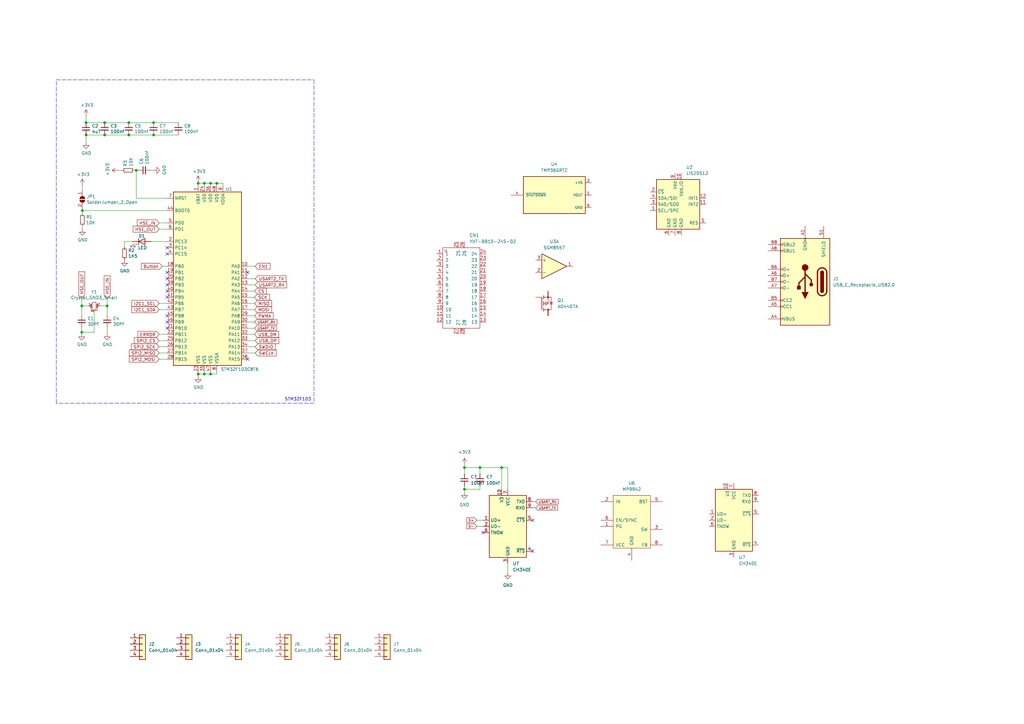
<source format=kicad_sch>
(kicad_sch (version 20211123) (generator eeschema)
  (paper "A3")
  (lib_symbols
    (symbol "Amplifier_Operational:OPA2333xxD" (pin_names (offset 0.127))
      (property "Reference" "U" (at 0 5.08 0))
      (property "Value" "OPA2333xxD" (at 0 -5.08 0))
      (symbol "OPA2333xxD_1_1"
        (polyline (pts (xy -5.08 5.08) (xy 5.08 0) (xy -5.08 -5.08) (xy -5.08 5.08)) (stroke (width 0.254)) (fill (type background)))
        (pin output line (at 7.62 0 180) (length 2.54) (name "~") (number "1"))
        (pin input line (at -7.62 -2.54 0) (length 2.54) (name "-") (number "2"))
        (pin input line (at -7.62 2.54 0) (length 2.54) (name "+") (number "3"))
      )
      (symbol "OPA2333xxD_2_1"
        (polyline (pts (xy -5.08 5.08) (xy 5.08 0) (xy -5.08 -5.08) (xy -5.08 5.08)) (stroke (width 0.254)) (fill (type background)))
        (pin input line (at -7.62 2.54 0) (length 2.54) (name "+") (number "5"))
        (pin input line (at -7.62 -2.54 0) (length 2.54) (name "-") (number "6"))
        (pin output line (at 7.62 0 180) (length 2.54) (name "~") (number "7"))
      )
      (symbol "OPA2333xxD_3_1"
        (pin power_in line (at -2.54 -7.62 90) (length 3.81) (name "V-") (number "4"))
        (pin power_in line (at -2.54 7.62 270) (length 3.81) (name "V+") (number "8"))
      )
    )
    (symbol "Connector:USB_C_Receptacle_USB2.0" (pin_names (offset 1.016))
      (property "Reference" "J" (at -10.16 19.05 0))
      (property "Value" "USB_C_Receptacle_USB2.0" (at 19.05 19.05 0))
      (symbol "USB_C_Receptacle_USB2.0_0_0"
        (rectangle (start -0.254 -17.78) (end 0.254 -16.764))
        (rectangle (start 10.16 -14.986) (end 9.144 -15.494))
        (rectangle (start 10.16 -12.446) (end 9.144 -12.954))
        (rectangle (start 10.16 -4.826) (end 9.144 -5.334))
        (rectangle (start 10.16 -2.286) (end 9.144 -2.794))
        (rectangle (start 10.16 0.254) (end 9.144 -0.254))
        (rectangle (start 10.16 2.794) (end 9.144 2.286))
        (rectangle (start 10.16 7.874) (end 9.144 7.366))
        (rectangle (start 10.16 10.414) (end 9.144 9.906))
        (rectangle (start 10.16 15.494) (end 9.144 14.986))
      )
      (symbol "USB_C_Receptacle_USB2.0_0_1"
        (rectangle (start -10.16 17.78) (end 10.16 -17.78) (stroke (width 0.254)) (fill (type background)))
        (arc (start -8.89 -3.81) (mid -6.985 -5.715) (end -5.08 -3.81) (stroke (width 0.508)))
        (arc (start -7.62 -3.81) (mid -6.985 -4.445) (end -6.35 -3.81) (stroke (width 0.254)))
        (arc (start -7.62 -3.81) (mid -6.985 -4.445) (end -6.35 -3.81) (stroke (width 0.254)) (fill (type outline)))
        (rectangle (start -7.62 -3.81) (end -6.35 3.81) (stroke (width 0.254)) (fill (type outline)))
        (arc (start -6.35 3.81) (mid -6.985 4.445) (end -7.62 3.81) (stroke (width 0.254)))
        (arc (start -6.35 3.81) (mid -6.985 4.445) (end -7.62 3.81) (stroke (width 0.254)) (fill (type outline)))
        (arc (start -5.08 3.81) (mid -6.985 5.715) (end -8.89 3.81) (stroke (width 0.508)))
        (circle (center -2.54 1.143) (radius 0.635) (stroke (width 0.254)) (fill (type outline)))
        (circle (center 0 -5.842) (radius 1.27) (fill (type outline)))
        (polyline (pts (xy -8.89 -3.81) (xy -8.89 3.81)) (stroke (width 0.508)))
        (polyline (pts (xy -5.08 3.81) (xy -5.08 -3.81)) (stroke (width 0.508)))
        (polyline (pts (xy 0 -5.842) (xy 0 4.318)) (stroke (width 0.508)))
        (polyline (pts (xy 0 -3.302) (xy -2.54 -0.762) (xy -2.54 0.508)) (stroke (width 0.508)))
        (polyline (pts (xy 0 -2.032) (xy 2.54 0.508) (xy 2.54 1.778)) (stroke (width 0.508)))
        (polyline (pts (xy -1.27 4.318) (xy 0 6.858) (xy 1.27 4.318) (xy -1.27 4.318)) (stroke (width 0.254)) (fill (type outline)))
        (rectangle (start 1.905 1.778) (end 3.175 3.048) (stroke (width 0.254)) (fill (type outline)))
      )
      (symbol "USB_C_Receptacle_USB2.0_1_1"
        (pin passive line (at 0 -22.86 90) (length 5.08) (name "GND") (number "A1"))
        (pin passive line (at 0 -22.86 90) (length 5.08) hide (name "GND") (number "A12"))
        (pin passive line (at 15.24 15.24 180) (length 5.08) (name "VBUS") (number "A4"))
        (pin bidirectional line (at 15.24 10.16 180) (length 5.08) (name "CC1") (number "A5"))
        (pin bidirectional line (at 15.24 -2.54 180) (length 5.08) (name "D+") (number "A6"))
        (pin bidirectional line (at 15.24 2.54 180) (length 5.08) (name "D-") (number "A7"))
        (pin bidirectional line (at 15.24 -12.7 180) (length 5.08) (name "SBU1") (number "A8"))
        (pin passive line (at 15.24 15.24 180) (length 5.08) hide (name "VBUS") (number "A9"))
        (pin passive line (at 0 -22.86 90) (length 5.08) hide (name "GND") (number "B1"))
        (pin passive line (at 0 -22.86 90) (length 5.08) hide (name "GND") (number "B12"))
        (pin passive line (at 15.24 15.24 180) (length 5.08) hide (name "VBUS") (number "B4"))
        (pin bidirectional line (at 15.24 7.62 180) (length 5.08) (name "CC2") (number "B5"))
        (pin bidirectional line (at 15.24 -5.08 180) (length 5.08) (name "D+") (number "B6"))
        (pin bidirectional line (at 15.24 0 180) (length 5.08) (name "D-") (number "B7"))
        (pin bidirectional line (at 15.24 -15.24 180) (length 5.08) (name "SBU2") (number "B8"))
        (pin passive line (at 15.24 15.24 180) (length 5.08) hide (name "VBUS") (number "B9"))
        (pin passive line (at -7.62 -22.86 90) (length 5.08) (name "SHIELD") (number "S1"))
      )
    )
    (symbol "Connector_Generic:Conn_01x04" (pin_names (offset 1.016) hide)
      (property "Reference" "J" (at 0 5.08 0))
      (property "Value" "Conn_01x04" (at 0 -7.62 0))
      (symbol "Conn_01x04_1_1"
        (rectangle (start -1.27 -4.953) (end 0 -5.207) (stroke (width 0.1524)))
        (rectangle (start -1.27 -2.413) (end 0 -2.667) (stroke (width 0.1524)))
        (rectangle (start -1.27 0.127) (end 0 -0.127) (stroke (width 0.1524)))
        (rectangle (start -1.27 2.667) (end 0 2.413) (stroke (width 0.1524)))
        (rectangle (start -1.27 3.81) (end 1.27 -6.35) (stroke (width 0.254)) (fill (type background)))
        (pin passive line (at -5.08 2.54 0) (length 3.81) (name "Pin_1") (number "1"))
        (pin passive line (at -5.08 0 0) (length 3.81) (name "Pin_2") (number "2"))
        (pin passive line (at -5.08 -2.54 0) (length 3.81) (name "Pin_3") (number "3"))
        (pin passive line (at -5.08 -5.08 0) (length 3.81) (name "Pin_4") (number "4"))
      )
    )
    (symbol "Device:C_Small" (pin_numbers hide) (pin_names (offset 0.254) hide)
      (property "Reference" "C" (at 0.254 1.778 0))
      (property "Value" "C_Small" (at 0.254 -2.032 0))
      (symbol "C_Small_0_1"
        (polyline (pts (xy -1.524 -0.508) (xy 1.524 -0.508)) (stroke (width 0.3302)))
        (polyline (pts (xy -1.524 0.508) (xy 1.524 0.508)) (stroke (width 0.3048)))
      )
      (symbol "C_Small_1_1"
        (pin passive line (at 0 2.54 270) (length 2.032) (name "~") (number "1"))
        (pin passive line (at 0 -2.54 90) (length 2.032) (name "~") (number "2"))
      )
    )
    (symbol "Device:Crystal_GND3_Small" (pin_names (offset 1.016) hide)
      (property "Reference" "Y" (at 0 5.08 0))
      (property "Value" "Crystal_GND3_Small" (at 0 3.175 0))
      (symbol "Crystal_GND3_Small_0_1"
        (rectangle (start -0.762 -1.524) (end 0.762 1.524))
        (polyline (pts (xy -1.27 -0.762) (xy -1.27 0.762)) (stroke (width 0.381)))
        (polyline (pts (xy 1.27 -0.762) (xy 1.27 0.762)) (stroke (width 0.381)))
        (polyline (pts (xy -1.27 -1.27) (xy -1.27 -1.905) (xy 1.27 -1.905) (xy 1.27 -1.27)))
      )
      (symbol "Crystal_GND3_Small_1_1"
        (pin passive line (at -2.54 0 0) (length 1.27) (name "1") (number "1"))
        (pin passive line (at 2.54 0 180) (length 1.27) (name "2") (number "2"))
        (pin passive line (at 0 -2.54 90) (length 0.635) (name "3") (number "3"))
      )
    )
    (symbol "Device:LED" (pin_numbers hide) (pin_names (offset 1.016) hide)
      (property "Reference" "D" (at 0 2.54 0))
      (property "Value" "LED" (at 0 -2.54 0))
      (symbol "LED_0_1"
        (polyline (pts (xy -1.27 -1.27) (xy -1.27 1.27)) (stroke (width 0.254)))
        (polyline (pts (xy -1.27 0) (xy 1.27 0)))
        (polyline (pts (xy 1.27 -1.27) (xy 1.27 1.27) (xy -1.27 0) (xy 1.27 -1.27)) (stroke (width 0.254)))
        (polyline (pts (xy -3.048 -0.762) (xy -4.572 -2.286) (xy -3.81 -2.286) (xy -4.572 -2.286) (xy -4.572 -1.524)))
        (polyline (pts (xy -1.778 -0.762) (xy -3.302 -2.286) (xy -2.54 -2.286) (xy -3.302 -2.286) (xy -3.302 -1.524)))
      )
      (symbol "LED_1_1"
        (pin passive line (at -3.81 0 0) (length 2.54) (name "K") (number "1"))
        (pin passive line (at 3.81 0 180) (length 2.54) (name "A") (number "2"))
      )
    )
    (symbol "Device:R_Small" (pin_numbers hide) (pin_names (offset 0.254) hide)
      (property "Reference" "R" (at 0.762 0.508 0))
      (property "Value" "R_Small" (at 0.762 -1.016 0))
      (symbol "R_Small_0_1"
        (rectangle (start -0.762 1.778) (end 0.762 -1.778) (stroke (width 0.2032)))
      )
      (symbol "R_Small_1_1"
        (pin passive line (at 0 2.54 270) (length 0.762) (name "~") (number "1"))
        (pin passive line (at 0 -2.54 90) (length 0.762) (name "~") (number "2"))
      )
    )
    (symbol "Interface_USB:CH340E"
      (property "Reference" "U" (at -5.08 13.97 0))
      (property "Value" "CH340E" (at 1.27 13.97 0))
      (symbol "CH340E_0_1"
        (rectangle (start -7.62 12.7) (end 7.62 -12.7) (stroke (width 0.254)) (fill (type background)))
      )
      (symbol "CH340E_1_1"
        (pin bidirectional line (at -10.16 2.54 0) (length 2.54) (name "UD+") (number "1"))
        (pin passive line (at -2.54 15.24 270) (length 2.54) (name "V3") (number "10"))
        (pin bidirectional line (at -10.16 0 0) (length 2.54) (name "UD-") (number "2"))
        (pin power_in line (at 0 -15.24 90) (length 2.54) (name "GND") (number "3"))
        (pin output line (at 10.16 -10.16 180) (length 2.54) (name "~{RTS}") (number "4"))
        (pin input line (at 10.16 2.54 180) (length 2.54) (name "~{CTS}") (number "5"))
        (pin output line (at -10.16 -2.54 0) (length 2.54) (name "TNOW") (number "6"))
        (pin power_in line (at 0 15.24 270) (length 2.54) (name "VCC") (number "7"))
        (pin output line (at 10.16 10.16 180) (length 2.54) (name "TXD") (number "8"))
        (pin input line (at 10.16 7.62 180) (length 2.54) (name "RXD") (number "9"))
      )
    )
    (symbol "Jumper:SolderJumper_2_Open" (pin_names (offset 0) hide)
      (property "Reference" "JP" (at 0 2.032 0))
      (property "Value" "SolderJumper_2_Open" (at 0 -2.54 0))
      (symbol "SolderJumper_2_Open_0_1"
        (arc (start -0.254 1.016) (mid -1.27 0) (end -0.254 -1.016))
        (arc (start -0.254 1.016) (mid -1.27 0) (end -0.254 -1.016) (fill (type outline)))
        (polyline (pts (xy -0.254 1.016) (xy -0.254 -1.016)))
        (polyline (pts (xy 0.254 1.016) (xy 0.254 -1.016)))
        (arc (start 0.254 -1.016) (mid 1.27 0) (end 0.254 1.016))
        (arc (start 0.254 -1.016) (mid 1.27 0) (end 0.254 1.016) (fill (type outline)))
      )
      (symbol "SolderJumper_2_Open_1_1"
        (pin passive line (at -3.81 0 0) (length 2.54) (name "A") (number "1"))
        (pin passive line (at 3.81 0 180) (length 2.54) (name "B") (number "2"))
      )
    )
    (symbol "MCU_ST_STM32F1:STM32F103C8Tx"
      (property "Reference" "U" (at -15.24 36.83 0))
      (property "Value" "STM32F103C8Tx" (at 7.62 36.83 0))
      (symbol "STM32F103C8Tx_0_1"
        (rectangle (start -15.24 -35.56) (end 12.7 35.56) (stroke (width 0.254)) (fill (type background)))
      )
      (symbol "STM32F103C8Tx_1_1"
        (pin power_in line (at -5.08 38.1 270) (length 2.54) (name "VBAT") (number "1"))
        (pin bidirectional line (at 15.24 5.08 180) (length 2.54) (name "PA0") (number "10"))
        (pin bidirectional line (at 15.24 2.54 180) (length 2.54) (name "PA1") (number "11"))
        (pin bidirectional line (at 15.24 0 180) (length 2.54) (name "PA2") (number "12"))
        (pin bidirectional line (at 15.24 -2.54 180) (length 2.54) (name "PA3") (number "13"))
        (pin bidirectional line (at 15.24 -5.08 180) (length 2.54) (name "PA4") (number "14"))
        (pin bidirectional line (at 15.24 -7.62 180) (length 2.54) (name "PA5") (number "15"))
        (pin bidirectional line (at 15.24 -10.16 180) (length 2.54) (name "PA6") (number "16"))
        (pin bidirectional line (at 15.24 -12.7 180) (length 2.54) (name "PA7") (number "17"))
        (pin bidirectional line (at -17.78 5.08 0) (length 2.54) (name "PB0") (number "18"))
        (pin bidirectional line (at -17.78 2.54 0) (length 2.54) (name "PB1") (number "19"))
        (pin bidirectional line (at -17.78 15.24 0) (length 2.54) (name "PC13") (number "2"))
        (pin bidirectional line (at -17.78 0 0) (length 2.54) (name "PB2") (number "20"))
        (pin bidirectional line (at -17.78 -20.32 0) (length 2.54) (name "PB10") (number "21"))
        (pin bidirectional line (at -17.78 -22.86 0) (length 2.54) (name "PB11") (number "22"))
        (pin power_in line (at -5.08 -38.1 90) (length 2.54) (name "VSS") (number "23"))
        (pin power_in line (at -2.54 38.1 270) (length 2.54) (name "VDD") (number "24"))
        (pin bidirectional line (at -17.78 -25.4 0) (length 2.54) (name "PB12") (number "25"))
        (pin bidirectional line (at -17.78 -27.94 0) (length 2.54) (name "PB13") (number "26"))
        (pin bidirectional line (at -17.78 -30.48 0) (length 2.54) (name "PB14") (number "27"))
        (pin bidirectional line (at -17.78 -33.02 0) (length 2.54) (name "PB15") (number "28"))
        (pin bidirectional line (at 15.24 -15.24 180) (length 2.54) (name "PA8") (number "29"))
        (pin bidirectional line (at -17.78 12.7 0) (length 2.54) (name "PC14") (number "3"))
        (pin bidirectional line (at 15.24 -17.78 180) (length 2.54) (name "PA9") (number "30"))
        (pin bidirectional line (at 15.24 -20.32 180) (length 2.54) (name "PA10") (number "31"))
        (pin bidirectional line (at 15.24 -22.86 180) (length 2.54) (name "PA11") (number "32"))
        (pin bidirectional line (at 15.24 -25.4 180) (length 2.54) (name "PA12") (number "33"))
        (pin bidirectional line (at 15.24 -27.94 180) (length 2.54) (name "PA13") (number "34"))
        (pin power_in line (at -2.54 -38.1 90) (length 2.54) (name "VSS") (number "35"))
        (pin power_in line (at 0 38.1 270) (length 2.54) (name "VDD") (number "36"))
        (pin bidirectional line (at 15.24 -30.48 180) (length 2.54) (name "PA14") (number "37"))
        (pin bidirectional line (at 15.24 -33.02 180) (length 2.54) (name "PA15") (number "38"))
        (pin bidirectional line (at -17.78 -2.54 0) (length 2.54) (name "PB3") (number "39"))
        (pin bidirectional line (at -17.78 10.16 0) (length 2.54) (name "PC15") (number "4"))
        (pin bidirectional line (at -17.78 -5.08 0) (length 2.54) (name "PB4") (number "40"))
        (pin bidirectional line (at -17.78 -7.62 0) (length 2.54) (name "PB5") (number "41"))
        (pin bidirectional line (at -17.78 -10.16 0) (length 2.54) (name "PB6") (number "42"))
        (pin bidirectional line (at -17.78 -12.7 0) (length 2.54) (name "PB7") (number "43"))
        (pin input line (at -17.78 27.94 0) (length 2.54) (name "BOOT0") (number "44"))
        (pin bidirectional line (at -17.78 -15.24 0) (length 2.54) (name "PB8") (number "45"))
        (pin bidirectional line (at -17.78 -17.78 0) (length 2.54) (name "PB9") (number "46"))
        (pin power_in line (at 0 -38.1 90) (length 2.54) (name "VSS") (number "47"))
        (pin power_in line (at 2.54 38.1 270) (length 2.54) (name "VDD") (number "48"))
        (pin input line (at -17.78 22.86 0) (length 2.54) (name "PD0") (number "5"))
        (pin input line (at -17.78 20.32 0) (length 2.54) (name "PD1") (number "6"))
        (pin input line (at -17.78 33.02 0) (length 2.54) (name "NRST") (number "7"))
        (pin power_in line (at 2.54 -38.1 90) (length 2.54) (name "VSSA") (number "8"))
        (pin power_in line (at 5.08 38.1 270) (length 2.54) (name "VDDA") (number "9"))
      )
    )
    (symbol "Sensor_Motion:LIS2DE12"
      (property "Reference" "U" (at -5.08 11.43 0))
      (property "Value" "LIS2DE12" (at 3.81 11.43 0))
      (symbol "LIS2DE12_0_1"
        (rectangle (start -7.62 10.16) (end 10.16 -10.16) (stroke (width 0.254)) (fill (type background)))
      )
      (symbol "LIS2DE12_1_1"
        (pin input line (at -10.16 -2.54 0) (length 2.54) (name "SCL/SPC") (number "1"))
        (pin power_in line (at 2.54 12.7 270) (length 2.54) (name "Vdd_IO") (number "10"))
        (pin output line (at 12.7 0 180) (length 2.54) (name "INT2") (number "11"))
        (pin output line (at 12.7 2.54 180) (length 2.54) (name "INT1") (number "12"))
        (pin input line (at -10.16 5.08 0) (length 2.54) (name "~{CS}") (number "2"))
        (pin bidirectional line (at -10.16 0 0) (length 2.54) (name "SA0/SDO") (number "3"))
        (pin bidirectional line (at -10.16 2.54 0) (length 2.54) (name "SDA/SDI") (number "4"))
        (pin passive line (at 12.7 -7.62 180) (length 2.54) (name "RES") (number "5"))
        (pin power_in line (at -2.54 -12.7 90) (length 2.54) (name "GND") (number "6"))
        (pin power_in line (at 0 -12.7 90) (length 2.54) (name "GND") (number "7"))
        (pin power_in line (at 2.54 -12.7 90) (length 2.54) (name "GND") (number "8"))
        (pin power_in line (at 0 12.7 270) (length 2.54) (name "Vdd") (number "9"))
      )
    )
    (symbol "Sensor_Temperature:TMP36GRTZ-REEL7" (pin_names (offset 1.016))
      (property "Reference" "U" (at -12.7254 8.1534 0))
      (property "Value" "TMP36GRTZ-REEL7" (at -12.7 -9.906 0))
      (symbol "TMP36GRTZ-REEL7_0_0"
        (rectangle (start -12.7 -7.62) (end 12.7 7.62) (stroke (width 0.254)) (fill (type background)))
        (pin output line (at 15.24 0 180) (length 2.54) (name "VOUT") (number "1"))
        (pin power_in line (at 15.24 5.08 180) (length 2.54) (name "+VS") (number "2"))
        (pin input line (at -17.78 0 0) (length 5.08) (name "~{SHUTDOWN}") (number "4"))
        (pin power_in line (at 15.24 -5.08 180) (length 2.54) (name "GND") (number "5"))
      )
    )
    (symbol "Transistor_FET:AO4407A" (pin_numbers hide) (pin_names (offset 1.016) hide)
      (property "Reference" "Q" (at -8.89 3.81 0))
      (property "Value" "AO4407A" (at -8.89 -6.35 0))
      (symbol "AO4407A_0_0"
        (polyline (pts (xy 0 -2.54) (xy 0 2.54)) (stroke (width 0.254)))
        (polyline (pts (xy 0.762 -3.175) (xy 0.762 -2.54)) (stroke (width 0.254)))
        (polyline (pts (xy 0.762 -2.54) (xy 0.762 -1.905)) (stroke (width 0.254)))
        (polyline (pts (xy 0.762 -2.54) (xy 3.81 -2.54)) (stroke (width 0.1524)))
        (polyline (pts (xy 0.762 -0.762) (xy 0.762 0)) (stroke (width 0.254)))
        (polyline (pts (xy 0.762 0) (xy 0.762 0.762)) (stroke (width 0.254)))
        (polyline (pts (xy 0.762 0) (xy 2.54 0)) (stroke (width 0.1524)))
        (polyline (pts (xy 0.762 1.905) (xy 0.762 2.54)) (stroke (width 0.254)))
        (polyline (pts (xy 0.762 2.54) (xy 0.762 3.175)) (stroke (width 0.254)))
        (polyline (pts (xy 2.54 0) (xy 2.54 2.54)) (stroke (width 0.1524)))
        (polyline (pts (xy 2.54 2.54) (xy 0.762 2.54)) (stroke (width 0.1524)))
        (polyline (pts (xy 2.54 2.54) (xy 3.81 2.54)) (stroke (width 0.1524)))
        (polyline (pts (xy 3.048 0.762) (xy 3.302 0.508)) (stroke (width 0.1524)))
        (polyline (pts (xy 3.302 0.508) (xy 3.81 0.508)) (stroke (width 0.1524)))
        (polyline (pts (xy 3.81 -2.54) (xy 3.81 0.508)) (stroke (width 0.1524)))
        (polyline (pts (xy 3.81 0.508) (xy 3.81 2.54)) (stroke (width 0.1524)))
        (polyline (pts (xy 3.81 0.508) (xy 4.318 0.508)) (stroke (width 0.1524)))
        (polyline (pts (xy 4.318 0.508) (xy 4.572 0.254)) (stroke (width 0.1524)))
        (polyline (pts (xy 2.54 0) (xy 1.524 0.762) (xy 1.524 -0.762) (xy 2.54 0)) (stroke (width 0.1524)) (fill (type background)))
        (polyline (pts (xy 3.81 0.508) (xy 4.318 -0.254) (xy 3.302 -0.254) (xy 3.81 0.508)) (stroke (width 0.1524)) (fill (type background)))
        (circle (center 2.54 -2.54) (radius 0.3556))
        (circle (center 2.54 2.54) (radius 0.3556))
        (pin passive line (at 2.54 5.08 270) (length 2.54) (name "~") (number "1"))
        (pin passive line (at 2.54 5.08 270) (length 2.54) (name "~") (number "2"))
        (pin passive line (at 2.54 5.08 270) (length 2.54) (name "~") (number "3"))
        (pin passive line (at -2.54 2.54 0) (length 2.54) (name "~") (number "4"))
        (pin passive line (at 2.54 -5.08 90) (length 2.54) (name "~") (number "5"))
        (pin passive line (at 2.54 -5.08 90) (length 2.54) (name "~") (number "6"))
        (pin passive line (at 2.54 -5.08 90) (length 2.54) (name "~") (number "7"))
        (pin passive line (at 2.54 -5.08 90) (length 2.54) (name "~") (number "8"))
      )
    )
    (symbol "kicad_lceda:MP9942" (pin_names (offset 1.016))
      (property "Reference" "U" (at 0 0 0))
      (property "Value" "MP9942" (at 0 0 0))
      (symbol "MP9942_1_1"
        (rectangle (start -7.62 10.16) (end 7.62 -11.43) (fill (type background)))
        (pin input line (at -12.7 -2.54 0) (length 5.08) (name "PG") (number "1"))
        (pin input line (at -12.7 7.62 0) (length 5.08) (name "IN") (number "2"))
        (pin input line (at 12.7 -3.81 180) (length 5.08) (name "SW") (number "3"))
        (pin input line (at 0 -16.51 90) (length 5.08) (name "GND") (number "4"))
        (pin input line (at 12.7 7.62 180) (length 5.08) (name "BST") (number "5"))
        (pin input line (at -12.7 0 0) (length 5.08) (name "EN/SYNC") (number "6"))
        (pin input line (at -12.7 -10.16 0) (length 5.08) (name "VCC") (number "7"))
        (pin input line (at 12.7 -10.16 180) (length 5.08) (name "FB") (number "8"))
      )
    )
    (symbol "kicad_lceda:YXT-BB10-24S-02" (pin_names (offset 1.016))
      (property "Reference" "CN" (at 0 0 0))
      (property "Value" "YXT-BB10-24S-02" (at 0 0 0))
      (symbol "YXT-BB10-24S-02_1_1"
        (rectangle (start -8.89 -15.24) (end 6.35 17.78))
        (circle (center -7.62 16.51) (radius 0.381))
        (pin input line (at -11.43 15.24 0) (length 2.54) (name "1") (number "1"))
        (pin input line (at -11.43 -7.62 0) (length 2.54) (name "10") (number "10"))
        (pin input line (at -11.43 -10.16 0) (length 2.54) (name "11") (number "11"))
        (pin input line (at -11.43 -12.7 0) (length 2.54) (name "12") (number "12"))
        (pin input line (at 8.89 -12.7 180) (length 2.54) (name "13") (number "13"))
        (pin input line (at 8.89 -10.16 180) (length 2.54) (name "14") (number "14"))
        (pin input line (at 8.89 -7.62 180) (length 2.54) (name "15") (number "15"))
        (pin input line (at 8.89 -5.08 180) (length 2.54) (name "16") (number "16"))
        (pin input line (at 8.89 -2.54 180) (length 2.54) (name "17") (number "17"))
        (pin input line (at 8.89 0 180) (length 2.54) (name "18") (number "18"))
        (pin input line (at 8.89 2.54 180) (length 2.54) (name "19") (number "19"))
        (pin input line (at -11.43 12.7 0) (length 2.54) (name "2") (number "2"))
        (pin input line (at 8.89 5.08 180) (length 2.54) (name "20") (number "20"))
        (pin input line (at 8.89 7.62 180) (length 2.54) (name "21") (number "21"))
        (pin input line (at 8.89 10.16 180) (length 2.54) (name "22") (number "22"))
        (pin input line (at 8.89 12.7 180) (length 2.54) (name "23") (number "23"))
        (pin input line (at 8.89 15.24 180) (length 2.54) (name "24") (number "24"))
        (pin input line (at -2.54 20.32 270) (length 2.54) (name "25") (number "25"))
        (pin input line (at 0 20.32 270) (length 2.54) (name "26") (number "26"))
        (pin input line (at -2.54 -17.78 90) (length 2.54) (name "27") (number "27"))
        (pin input line (at 0 -17.78 90) (length 2.54) (name "28") (number "28"))
        (pin input line (at -11.43 10.16 0) (length 2.54) (name "3") (number "3"))
        (pin input line (at -11.43 7.62 0) (length 2.54) (name "4") (number "4"))
        (pin input line (at -11.43 5.08 0) (length 2.54) (name "5") (number "5"))
        (pin input line (at -11.43 2.54 0) (length 2.54) (name "6") (number "6"))
        (pin input line (at -11.43 0 0) (length 2.54) (name "7") (number "7"))
        (pin input line (at -11.43 -2.54 0) (length 2.54) (name "8") (number "8"))
        (pin input line (at -11.43 -5.08 0) (length 2.54) (name "9") (number "9"))
      )
    )
    (symbol "power:+3.3V" (power) (pin_names (offset 0))
      (property "Value" "+3.3V" (at 0 3.556 0))
      (symbol "+3.3V_0_1"
        (polyline (pts (xy -0.762 1.27) (xy 0 2.54)))
        (polyline (pts (xy 0 0) (xy 0 2.54)))
        (polyline (pts (xy 0 2.54) (xy 0.762 1.27)))
      )
      (symbol "+3.3V_1_1"
        (pin power_in line (at 0 0 90) (length 0) hide (name "+3V3") (number "1"))
      )
    )
    (symbol "power:GND" (power) (pin_names (offset 0))
      (property "Value" "GND" (at 0 -3.81 0))
      (symbol "GND_0_1"
        (polyline (pts (xy 0 0) (xy 0 -1.27) (xy 1.27 -1.27) (xy 0 -2.54) (xy -1.27 -1.27) (xy 0 -1.27)))
      )
      (symbol "GND_1_1"
        (pin power_in line (at 0 0 270) (length 0) hide (name "GND") (number "1"))
      )
    )
  )
  (junction (at 62.992 55.372))
  (junction (at 83.82 153.416))
  (junction (at 190.5 200.66))
  (junction (at 35.306 50.292))
  (junction (at 196.85 191.77))
  (junction (at 43.942 125.476))
  (junction (at 81.28 153.416))
  (junction (at 62.992 50.292))
  (junction (at 42.926 55.372))
  (junction (at 35.306 55.372))
  (junction (at 42.926 50.292))
  (junction (at 33.528 125.476))
  (junction (at 81.28 75.184))
  (junction (at 88.9 75.184))
  (junction (at 86.36 153.416))
  (junction (at 83.82 75.184))
  (junction (at 52.832 50.292))
  (junction (at 86.36 75.184))
  (junction (at 33.528 136.271))
  (junction (at 33.782 86.36))
  (junction (at 55.88 69.85))
  (junction (at 52.832 55.372))
  (junction (at 190.5 191.77))
  (junction (at 205.74 191.77))
  (no_connect (at 218.44 226.06))
  (no_connect (at 68.58 134.62))
  (no_connect (at 68.58 111.76))
  (no_connect (at 68.58 104.14))
  (no_connect (at 68.58 121.92))
  (no_connect (at 68.58 119.38))
  (no_connect (at 101.6 111.76))
  (no_connect (at 198.12 218.44))
  (no_connect (at 218.44 213.36))
  (no_connect (at 68.58 132.08))
  (no_connect (at 68.58 114.3))
  (no_connect (at 101.6 147.32))
  (no_connect (at 68.58 116.84))
  (no_connect (at 68.58 101.6))
  (no_connect (at 68.58 129.54))
  (wire (pts (xy 195.58 213.36) (xy 198.12 213.36)))
  (wire (pts (xy 104.648 116.84) (xy 101.6 116.84)))
  (wire (pts (xy 62.992 55.372) (xy 52.832 55.372)))
  (wire (pts (xy 33.782 86.36) (xy 68.58 86.36)))
  (wire (pts (xy 33.782 85.598) (xy 33.782 86.36)))
  (wire (pts (xy 55.88 81.28) (xy 68.58 81.28)))
  (polyline (pts (xy 23.114 32.766) (xy 128.778 32.766)))
  (wire (pts (xy 104.394 119.38) (xy 101.6 119.38)))
  (wire (pts (xy 33.782 92.71) (xy 33.782 93.98)))
  (wire (pts (xy 218.44 208.28) (xy 219.71 208.28)))
  (wire (pts (xy 38.608 136.271) (xy 33.528 136.271)))
  (wire (pts (xy 101.6 142.24) (xy 104.648 142.24)))
  (wire (pts (xy 33.528 136.906) (xy 33.528 136.271)))
  (wire (pts (xy 190.5 200.66) (xy 190.5 201.93)))
  (wire (pts (xy 83.82 152.4) (xy 83.82 153.416)))
  (wire (pts (xy 101.6 121.92) (xy 104.394 121.92)))
  (wire (pts (xy 66.548 109.22) (xy 68.58 109.22)))
  (wire (pts (xy 68.58 144.78) (xy 65.278 144.78)))
  (wire (pts (xy 208.28 191.77) (xy 205.74 191.77)))
  (wire (pts (xy 104.394 127) (xy 101.6 127)))
  (wire (pts (xy 65.278 91.44) (xy 68.58 91.44)))
  (wire (pts (xy 52.832 50.292) (xy 62.992 50.292)))
  (wire (pts (xy 43.942 125.476) (xy 43.942 122.174)))
  (wire (pts (xy 101.6 137.16) (xy 104.394 137.16)))
  (wire (pts (xy 43.942 136.906) (xy 43.942 134.366)))
  (wire (pts (xy 101.6 124.46) (xy 104.394 124.46)))
  (wire (pts (xy 65.278 147.32) (xy 68.58 147.32)))
  (wire (pts (xy 55.88 69.85) (xy 55.118 69.85)))
  (wire (pts (xy 88.9 75.184) (xy 86.36 75.184)))
  (wire (pts (xy 104.394 129.54) (xy 101.6 129.54)))
  (wire (pts (xy 65.278 124.46) (xy 68.58 124.46)))
  (wire (pts (xy 205.74 191.77) (xy 205.74 200.66)))
  (wire (pts (xy 91.44 76.2) (xy 91.44 75.184)))
  (wire (pts (xy 33.528 125.476) (xy 36.068 125.476)))
  (wire (pts (xy 86.36 152.4) (xy 86.36 153.416)))
  (wire (pts (xy 88.9 153.416) (xy 86.36 153.416)))
  (wire (pts (xy 62.992 69.85) (xy 61.722 69.85)))
  (wire (pts (xy 104.394 132.08) (xy 101.6 132.08)))
  (wire (pts (xy 38.608 128.016) (xy 38.608 136.271)))
  (wire (pts (xy 86.36 76.2) (xy 86.36 75.184)))
  (wire (pts (xy 33.528 125.476) (xy 33.528 129.286)))
  (wire (pts (xy 195.58 215.9) (xy 198.12 215.9)))
  (wire (pts (xy 86.36 75.184) (xy 83.82 75.184)))
  (wire (pts (xy 56.642 69.85) (xy 55.88 69.85)))
  (wire (pts (xy 196.85 199.39) (xy 196.85 200.66)))
  (wire (pts (xy 52.832 55.372) (xy 42.926 55.372)))
  (wire (pts (xy 101.6 109.22) (xy 104.648 109.22)))
  (wire (pts (xy 51.054 106.68) (xy 51.054 106.426)))
  (wire (pts (xy 88.9 76.2) (xy 88.9 75.184)))
  (wire (pts (xy 205.74 191.77) (xy 196.85 191.77)))
  (wire (pts (xy 42.926 50.292) (xy 35.306 50.292)))
  (wire (pts (xy 55.88 81.28) (xy 55.88 69.85)))
  (wire (pts (xy 51.054 99.06) (xy 51.054 101.346)))
  (polyline (pts (xy 23.114 165.354) (xy 23.114 32.766)))
  (wire (pts (xy 35.306 55.372) (xy 35.306 58.42)))
  (wire (pts (xy 104.648 114.3) (xy 101.6 114.3)))
  (wire (pts (xy 88.9 152.4) (xy 88.9 153.416)))
  (wire (pts (xy 61.976 99.06) (xy 68.58 99.06)))
  (wire (pts (xy 62.992 55.372) (xy 73.152 55.372)))
  (wire (pts (xy 43.942 125.476) (xy 43.942 129.286)))
  (wire (pts (xy 33.528 136.271) (xy 33.528 134.366)))
  (wire (pts (xy 83.82 153.416) (xy 86.36 153.416)))
  (wire (pts (xy 35.306 47.498) (xy 35.306 50.292)))
  (wire (pts (xy 33.528 125.476) (xy 33.528 122.174)))
  (wire (pts (xy 33.782 75.946) (xy 33.782 77.978)))
  (wire (pts (xy 65.278 137.16) (xy 68.58 137.16)))
  (wire (pts (xy 41.148 125.476) (xy 43.942 125.476)))
  (wire (pts (xy 196.85 194.31) (xy 196.85 191.77)))
  (wire (pts (xy 81.28 154.432) (xy 81.28 153.416)))
  (wire (pts (xy 83.82 75.184) (xy 81.28 75.184)))
  (wire (pts (xy 190.5 199.39) (xy 190.5 200.66)))
  (polyline (pts (xy 128.778 32.766) (xy 128.778 165.354)))
  (wire (pts (xy 83.82 76.2) (xy 83.82 75.184)))
  (wire (pts (xy 190.5 191.77) (xy 190.5 194.31)))
  (wire (pts (xy 81.28 153.416) (xy 81.28 152.4)))
  (polyline (pts (xy 128.778 165.354) (xy 23.114 165.354)))
  (wire (pts (xy 73.152 50.292) (xy 62.992 50.292)))
  (wire (pts (xy 218.44 205.74) (xy 219.71 205.74)))
  (wire (pts (xy 208.28 200.66) (xy 208.28 191.77)))
  (wire (pts (xy 81.28 75.184) (xy 81.28 74.676)))
  (wire (pts (xy 196.85 200.66) (xy 190.5 200.66)))
  (wire (pts (xy 51.054 99.06) (xy 54.356 99.06)))
  (wire (pts (xy 208.28 231.14) (xy 208.28 234.95)))
  (wire (pts (xy 81.28 76.2) (xy 81.28 75.184)))
  (wire (pts (xy 81.28 153.416) (xy 83.82 153.416)))
  (wire (pts (xy 48.514 69.85) (xy 50.038 69.85)))
  (wire (pts (xy 101.6 144.78) (xy 104.648 144.78)))
  (wire (pts (xy 42.926 55.372) (xy 35.306 55.372)))
  (wire (pts (xy 65.278 93.98) (xy 68.58 93.98)))
  (wire (pts (xy 65.278 142.24) (xy 68.58 142.24)))
  (wire (pts (xy 65.278 139.7) (xy 68.58 139.7)))
  (wire (pts (xy 65.278 127) (xy 68.58 127)))
  (wire (pts (xy 91.44 75.184) (xy 88.9 75.184)))
  (wire (pts (xy 101.6 134.62) (xy 104.394 134.62)))
  (wire (pts (xy 196.85 191.77) (xy 190.5 191.77)))
  (wire (pts (xy 190.5 190.5) (xy 190.5 191.77)))
  (wire (pts (xy 104.648 139.7) (xy 101.6 139.7)))
  (wire (pts (xy 33.782 86.36) (xy 33.782 87.63)))
  (wire (pts (xy 42.926 50.292) (xy 52.832 50.292)))
  (text "STM32F103" (at 116.713 164.592 0) (effects (font (size 1.27 1.27)) (justify left bottom)))
  (global_label "PWMA" (shape input) (at 104.394 129.54 0) (property "Intersheet References" "${INTERSHEET_REFS}" (effects hide)))
  (global_label "D-" (shape input) (at 195.58 215.9 180) (effects (font (size 1 1))) (property "Intersheet References" "${INTERSHEET_REFS}" (effects hide)))
  (global_label "Button" (shape input) (at 66.548 109.22 180) (property "Intersheet References" "${INTERSHEET_REFS}" (effects hide)))
  (global_label "HSE_IN" (shape input) (at 43.942 122.174 90) (property "Intersheet References" "${INTERSHEET_REFS}" (effects hide)))
  (global_label "MOSI" (shape input) (at 104.394 127 0) (property "Intersheet References" "${INTERSHEET_REFS}" (effects hide)))
  (global_label "USART_TX" (shape input) (at 104.394 134.62 0) (effects (font (size 1 1))) (property "Intersheet References" "${INTERSHEET_REFS}" (effects hide)))
  (global_label "USART_RX" (shape input) (at 219.71 205.74 0) (effects (font (size 1 1))) (property "Intersheet References" "${INTERSHEET_REFS}" (effects hide)))
  (global_label "USB_DP" (shape input) (at 104.648 139.7 0) (property "Intersheet References" "${INTERSHEET_REFS}" (effects hide)))
  (global_label "USART_RX" (shape input) (at 104.394 132.08 0) (effects (font (size 1 1))) (property "Intersheet References" "${INTERSHEET_REFS}" (effects hide)))
  (global_label "CS" (shape input) (at 104.394 119.38 0) (property "Intersheet References" "${INTERSHEET_REFS}" (effects hide)))
  (global_label "SPI2_CS" (shape input) (at 65.278 139.7 180) (property "Intersheet References" "${INTERSHEET_REFS}" (effects hide)))
  (global_label "I2C1_SDA" (shape input) (at 65.278 127 180) (property "Intersheet References" "${INTERSHEET_REFS}" (effects hide)))
  (global_label "MISO" (shape input) (at 104.394 124.46 0) (property "Intersheet References" "${INTERSHEET_REFS}" (effects hide)))
  (global_label "HSE_OUT" (shape input) (at 65.278 93.98 180) (property "Intersheet References" "${INTERSHEET_REFS}" (effects hide)))
  (global_label "USART2_TX" (shape input) (at 104.648 114.3 0) (property "Intersheet References" "${INTERSHEET_REFS}" (effects hide)))
  (global_label "SWCLK" (shape input) (at 104.648 144.78 0) (property "Intersheet References" "${INTERSHEET_REFS}" (effects hide)))
  (global_label "SWDIO" (shape input) (at 104.648 142.24 0) (property "Intersheet References" "${INTERSHEET_REFS}" (effects hide)))
  (global_label "HSE_OUT" (shape input) (at 33.528 122.174 90) (property "Intersheet References" "${INTERSHEET_REFS}" (effects hide)))
  (global_label "EN1" (shape input) (at 104.648 109.22 0) (property "Intersheet References" "${INTERSHEET_REFS}" (effects hide)))
  (global_label "I2C1_SCL" (shape input) (at 65.278 124.46 180) (property "Intersheet References" "${INTERSHEET_REFS}" (effects hide)))
  (global_label "SPI2_MISO" (shape input) (at 65.278 144.78 180) (property "Intersheet References" "${INTERSHEET_REFS}" (effects hide)))
  (global_label "SCK" (shape input) (at 104.394 121.92 0) (property "Intersheet References" "${INTERSHEET_REFS}" (effects hide)))
  (global_label "USART2_RX" (shape input) (at 104.648 116.84 0) (property "Intersheet References" "${INTERSHEET_REFS}" (effects hide)))
  (global_label "SPI2_MOSI" (shape input) (at 65.278 147.32 180) (property "Intersheet References" "${INTERSHEET_REFS}" (effects hide)))
  (global_label "HSE_IN" (shape input) (at 65.278 91.44 180) (property "Intersheet References" "${INTERSHEET_REFS}" (effects hide)))
  (global_label "D+" (shape input) (at 195.58 213.36 180) (effects (font (size 1 1))) (property "Intersheet References" "${INTERSHEET_REFS}" (effects hide)))
  (global_label "SPI2_SCK" (shape input) (at 65.278 142.24 180) (property "Intersheet References" "${INTERSHEET_REFS}" (effects hide)))
  (global_label "USB_DM" (shape input) (at 104.394 137.16 0) (property "Intersheet References" "${INTERSHEET_REFS}" (effects hide)))
  (global_label "USART_TX" (shape input) (at 219.71 208.28 0) (effects (font (size 1 1))) (property "Intersheet References" "${INTERSHEET_REFS}" (effects hide)))
  (global_label "ERROR" (shape input) (at 65.278 137.16 180) (property "Intersheet References" "${INTERSHEET_REFS}" (effects hide)))
  (symbol (lib_id "kicad_lceda:MP9942") (at 259.08 213.36 0) (unit 1)
    (property "Reference" "U6" (at 259.08 198.12 0))
    (property "Value" "MP9942" (at 259.08 200.66 0))
    (property "Footprint" "kicad_lceda:TSOT23-8_L2.9-W1.6-P0.65-LS2.8-BL" (effects hide))
    (property "uuid" "pro:61c6060207cf478292f44c88ef21a9c1" (effects hide))
  )
  (symbol (lib_id "power:+3.3V") (at 35.306 47.498 0) (unit 1)
    (property "Reference" "#PWR0111" (effects hide))
    (property "Value" "+3.3V" (at 35.687 43.1038 0))
  )
  (symbol (lib_id "Device:R_Small") (at 51.054 103.886 0) (unit 1)
    (property "Reference" "R2" (at 52.5526 102.7176 0) (effects (justify left)))
    (property "Value" "1K5" (at 52.5526 105.029 0) (effects (justify left)))
    (property "Footprint" "Resistor_SMD:R_0402_1005Metric" (effects hide))
  )
  (symbol (lib_id "Device:C_Small") (at 35.306 52.832 0) (unit 1)
    (property "Reference" "C2" (at 37.6428 51.6636 0) (effects (justify left)))
    (property "Value" "4u7" (at 37.6428 53.975 0) (effects (justify left)))
    (property "Footprint" "Capacitor_SMD:C_0402_1005Metric" (effects hide))
  )
  (symbol (lib_id "Device:C_Small") (at 43.942 131.826 0) (unit 1)
    (property "Reference" "C4" (at 46.2788 130.6576 0) (effects (justify left)))
    (property "Value" "30PF" (at 46.2788 132.969 0) (effects (justify left)))
    (property "Footprint" "Capacitor_SMD:C_0402_1005Metric" (effects hide))
  )
  (symbol (lib_id "Sensor_Temperature:TMP36GRTZ-REEL7") (at 227.33 80.01 0) (unit 1)
    (property "Reference" "U4" (at 227.33 67.31 0))
    (property "Value" "TMP36GRTZ" (at 227.33 69.85 0))
    (property "Footprint" "Package_TO_SOT_SMD:SOT-23-5" (effects hide))
    (property "MF" "Analog Devices" (effects hide))
    (property "STANDARD" "IPC-7351B" (effects hide))
    (property "PARTREV" "H" (effects hide))
  )
  (symbol (lib_id "Transistor_FET:AO4407A") (at 222.25 124.46 0) (unit 1)
    (property "Reference" "Q1" (at 228.6 123.1899 0) (effects (justify left)))
    (property "Value" "AO4407A" (at 228.6 125.7299 0) (effects (justify left)))
    (property "Footprint" "Package_SO:SOIC-8-1EP_3.9x4.9mm_P1.27mm_EP2.29x3mm" (effects hide))
    (property "STANDARD" "IPC 7351B" (effects hide))
    (property "MANUFACTURER" "Alpha & Omega Semiconductor" (effects hide))
    (property "MAXIMUM_PACKAGE_HEIGHT" "1.75 mm" (effects hide))
    (property "PARTREV" "I" (effects hide))
  )
  (symbol (lib_id "power:GND") (at 33.528 136.906 0) (unit 1)
    (property "Reference" "#PWR0102" (effects hide))
    (property "Value" "GND" (at 33.655 141.3002 0))
  )
  (symbol (lib_id "power:GND") (at 208.28 234.95 0) (unit 1)
    (property "Reference" "#PWR?" (effects hide))
    (property "Value" "GND" (at 208.28 240.03 0))
  )
  (symbol (lib_id "Sensor_Motion:LIS2DE12") (at 276.86 83.82 0) (unit 1)
    (property "Reference" "U2" (at 281.4194 68.58 0) (effects (justify left)))
    (property "Value" "LIS2DS12" (at 281.4194 71.12 0) (effects (justify left)))
    (property "Footprint" "Package_LGA:LGA-12_2x2mm_P0.5mm" (effects hide))
    (property "Datasheet" "https://www.st.com/resource/en/datasheet/lis2DE12.pdf" (effects hide))
  )
  (symbol (lib_id "power:GND") (at 35.306 58.42 0) (unit 1)
    (property "Reference" "#PWR0108" (effects hide))
    (property "Value" "GND" (at 35.433 62.8142 0))
  )
  (symbol (lib_id "Jumper:SolderJumper_2_Open") (at 33.782 81.788 270) (unit 1)
    (property "Reference" "JP1" (at 35.5092 80.6196 90) (effects (justify left)))
    (property "Value" "SolderJumper_2_Open" (at 35.5092 82.931 90) (effects (justify left)))
    (property "Footprint" "Jumper:SolderJumper-2_P1.3mm_Open_RoundedPad1.0x1.5mm" (effects hide))
  )
  (symbol (lib_id "power:GND") (at 51.054 106.68 0) (unit 1)
    (property "Reference" "#PWR0105" (effects hide))
    (property "Value" "GND" (at 51.181 111.0742 0))
  )
  (symbol (lib_id "power:GND") (at 62.992 69.85 90) (unit 1)
    (property "Reference" "#PWR0107" (effects hide))
    (property "Value" "GND" (at 67.3862 69.723 0))
  )
  (symbol (lib_id "Device:R_Small") (at 52.578 69.85 90) (unit 1)
    (property "Reference" "R3" (at 51.4096 68.3514 0) (effects (justify left)))
    (property "Value" "10K" (at 53.721 68.3514 0) (effects (justify left)))
    (property "Footprint" "Resistor_SMD:R_0402_1005Metric" (effects hide))
  )
  (symbol (lib_id "power:+3.3V") (at 190.5 190.5 0) (unit 1)
    (property "Reference" "#PWR?" (effects hide))
    (property "Value" "+3.3V" (at 190.5 185.42 0))
  )
  (symbol (lib_id "Connector_Generic:Conn_01x04") (at 118.11 264.16 0) (unit 1)
    (property "Reference" "J5" (at 120.65 264.1599 0) (effects (justify left)))
    (property "Value" "Conn_01x04" (at 120.65 266.6999 0) (effects (justify left)))
    (property "Footprint" "kicad_lceda:JBC245_2.4mm" (effects hide))
  )
  (symbol (lib_id "power:GND") (at 43.942 136.906 0) (unit 1)
    (property "Reference" "#PWR0103" (effects hide))
    (property "Value" "GND" (at 44.069 141.3002 0))
  )
  (symbol (lib_id "power:+3.3V") (at 33.782 75.946 0) (unit 1)
    (property "Reference" "#PWR0109" (effects hide))
    (property "Value" "+3.3V" (at 34.163 71.5518 0))
  )
  (symbol (lib_id "Connector_Generic:Conn_01x04") (at 97.79 264.16 0) (unit 1)
    (property "Reference" "J4" (at 100.33 264.1599 0) (effects (justify left)))
    (property "Value" "Conn_01x04" (at 100.33 266.6999 0) (effects (justify left)))
    (property "Footprint" "kicad_lceda:JBC245_3.5mm" (effects hide))
  )
  (symbol (lib_id "Connector:USB_C_Receptacle_USB2.0") (at 330.2 115.57 180) (unit 1)
    (property "Reference" "J1" (at 341.63 114.2999 0) (effects (justify right)))
    (property "Value" "USB_C_Receptacle_USB2.0" (at 341.63 116.8399 0) (effects (justify right)))
    (property "Footprint" "Connector_USB:USB_C_Receptacle_HRO_TYPE-C-31-M-12" (effects hide))
    (property "Datasheet" "https://www.usb.org/sites/default/files/documents/usb_type-c.zip" (effects hide))
  )
  (symbol (lib_id "Device:C_Small") (at 52.832 52.832 0) (unit 1)
    (property "Reference" "C5" (at 55.1688 51.6636 0) (effects (justify left)))
    (property "Value" "100nf" (at 55.1688 53.975 0) (effects (justify left)))
    (property "Footprint" "Capacitor_SMD:C_0402_1005Metric" (effects hide))
  )
  (symbol (lib_id "Connector_Generic:Conn_01x04") (at 77.47 264.16 0) (unit 1)
    (property "Reference" "J3" (at 80.01 264.1599 0) (effects (justify left)))
    (property "Value" "Conn_01x04" (at 80.01 266.6999 0) (effects (justify left)))
    (property "Footprint" "kicad_lceda:JBC245_1.5mm" (effects hide))
  )
  (symbol (lib_id "Interface_USB:CH340E") (at 208.28 215.9 0) (unit 1)
    (property "Reference" "U?" (at 210.2994 231.14 0) (effects (justify left)))
    (property "Value" "CH340E" (at 210.2994 233.68 0) (effects (justify left)))
    (property "Footprint" "Package_SO:MSOP-10_3x3mm_P0.5mm" (effects hide))
    (property "Datasheet" "https://www.mpja.com/download/35227cpdata.pdf" (effects hide))
  )
  (symbol (lib_id "kicad_lceda:YXT-BB10-24S-02") (at 190.5 119.38 0) (unit 1)
    (property "Reference" "CN1" (at 192.5194 96.52 0) (effects (justify left)))
    (property "Value" "YXT-BB10-24S-02" (at 192.5194 99.06 0) (effects (justify left)))
    (property "Footprint" "kicad_lceda:CONN-SMD_YXT-BB10-24S-02" (effects hide))
    (property "Datasheet" "https://atta.szlcsc.com/upload/public/pdf/source/20210407/C2763977_D08BAF7FEB8F46576357793A45DBFF9E.pdf" (effects hide))
    (property "SuppliersPartNumber" "C2763965" (effects hide))
    (property "uuid" "pro:30b5786c67224f139de3eaa679d75f64" (effects hide))
  )
  (symbol (lib_id "Device:LED") (at 58.166 99.06 0) (unit 1)
    (property "Reference" "D1" (at 58.166 96.774 0))
    (property "Value" "LED" (at 58.42 101.6 0))
    (property "Footprint" "LED_SMD:LED_0402_1005Metric" (effects hide))
  )
  (symbol (lib_id "Device:C_Small") (at 62.992 52.832 0) (unit 1)
    (property "Reference" "C7" (at 65.3288 51.6636 0) (effects (justify left)))
    (property "Value" "100nf" (at 65.3288 53.975 0) (effects (justify left)))
    (property "Footprint" "Capacitor_SMD:C_0402_1005Metric" (effects hide))
  )
  (symbol (lib_id "power:+3.3V") (at 81.28 74.676 0) (unit 1)
    (property "Reference" "#PWR0106" (effects hide))
    (property "Value" "+3.3V" (at 81.661 70.2818 0))
  )
  (symbol (lib_id "Device:C_Small") (at 196.85 196.85 0) (unit 1)
    (property "Reference" "C?" (at 199.39 195.5862 0) (effects (justify left)))
    (property "Value" "100nf" (at 199.39 198.1262 0) (effects (justify left)))
    (property "Footprint" "Capacitor_SMD:C_0402_1005Metric_Pad0.74x0.62mm_HandSolder" (effects hide))
  )
  (symbol (lib_id "Amplifier_Operational:OPA2333xxD") (at 227.33 109.22 0) (unit 1)
    (property "Reference" "U3" (at 227.33 99.06 0))
    (property "Value" "SGM8557" (at 227.33 101.6 0))
    (property "Footprint" "Package_TO_SOT_SMD:SOT-23-5" (effects hide))
    (property "Datasheet" "http://www.ti.com/lit/ds/symlink/opa333.pdf" (effects hide))
  )
  (symbol (lib_id "power:GND") (at 81.28 154.432 0) (unit 1)
    (property "Reference" "#PWR0101" (effects hide))
    (property "Value" "GND" (at 81.407 158.8262 0))
  )
  (symbol (lib_id "Connector_Generic:Conn_01x04") (at 58.42 264.16 0) (unit 1)
    (property "Reference" "J2" (at 60.96 264.1599 0) (effects (justify left)))
    (property "Value" "Conn_01x04" (at 60.96 266.6999 0) (effects (justify left)))
    (property "Footprint" "kicad_lceda:JBC245_2.4mm" (effects hide))
  )
  (symbol (lib_id "Device:Crystal_GND3_Small") (at 38.608 125.476 0) (unit 1)
    (property "Reference" "Y1" (at 38.608 119.761 0))
    (property "Value" "Crystal_GND3_Small" (at 38.608 122.0724 0))
    (property "Footprint" "CSTCE8M00G55:OSC_CSTCE8M00G55-R0" (effects hide))
  )
  (symbol (lib_id "MCU_ST_STM32F1:STM32F103C8Tx") (at 86.36 114.3 0) (unit 1)
    (property "Reference" "U1" (at 94.0054 77.5208 0))
    (property "Value" "STM32F103C8T6" (at 98.3234 151.4348 0))
    (property "Footprint" "Package_QFP:LQFP-48_7x7mm_P0.5mm" (effects hide))
    (property "Datasheet" "http://www.st.com/st-web-ui/static/active/en/resource/technical/document/datasheet/CD00161566.pdf" (effects hide))
  )
  (symbol (lib_id "Device:C_Small") (at 73.152 52.832 0) (unit 1)
    (property "Reference" "C8" (at 75.4888 51.6636 0) (effects (justify left)))
    (property "Value" "100nf" (at 75.4888 53.975 0) (effects (justify left)))
    (property "Footprint" "Capacitor_SMD:C_0402_1005Metric" (effects hide))
  )
  (symbol (lib_id "power:+3.3V") (at 48.514 69.85 90) (unit 1)
    (property "Reference" "#PWR0110" (effects hide))
    (property "Value" "+3.3V" (at 44.1198 69.469 0))
  )
  (symbol (lib_id "power:GND") (at 33.782 93.98 0) (unit 1)
    (property "Reference" "#PWR0104" (effects hide))
    (property "Value" "GND" (at 33.909 98.3742 0))
  )
  (symbol (lib_id "Device:C_Small") (at 59.182 69.85 90) (unit 1)
    (property "Reference" "C6" (at 58.0136 67.5132 0) (effects (justify left)))
    (property "Value" "100nf" (at 60.325 67.5132 0) (effects (justify left)))
    (property "Footprint" "Capacitor_SMD:C_0402_1005Metric" (effects hide))
  )
  (symbol (lib_id "Device:C_Small") (at 190.5 196.85 0) (unit 1)
    (property "Reference" "C?" (at 193.04 195.5862 0) (effects (justify left)))
    (property "Value" "100nf" (at 193.04 198.1262 0) (effects (justify left)))
    (property "Footprint" "Capacitor_SMD:C_0402_1005Metric_Pad0.74x0.62mm_HandSolder" (effects hide))
  )
  (symbol (lib_id "power:GND") (at 190.5 201.93 0) (unit 1)
    (property "Reference" "#PWR?" (effects hide))
    (property "Value" "GND" (at 190.5 207.01 0))
  )
  (symbol (lib_id "Interface_USB:CH340E") (at 300.99 213.36 0) (unit 1)
    (property "Reference" "U7" (at 303.0094 228.6 0) (effects (justify left)))
    (property "Value" "CH340E" (at 303.0094 231.14 0) (effects (justify left)))
    (property "Footprint" "Package_SO:MSOP-10_3x3mm_P0.5mm" (effects hide))
    (property "Datasheet" "https://www.mpja.com/download/35227cpdata.pdf" (effects hide))
  )
  (symbol (lib_id "Device:C_Small") (at 42.926 52.832 0) (unit 1)
    (property "Reference" "C3" (at 45.2628 51.6636 0) (effects (justify left)))
    (property "Value" "100nf" (at 45.2628 53.975 0) (effects (justify left)))
    (property "Footprint" "Capacitor_SMD:C_0402_1005Metric" (effects hide))
  )
  (symbol (lib_id "Device:C_Small") (at 33.528 131.826 0) (unit 1)
    (property "Reference" "C1" (at 35.8648 130.6576 0) (effects (justify left)))
    (property "Value" "30PF" (at 35.8648 132.969 0) (effects (justify left)))
    (property "Footprint" "Capacitor_SMD:C_0402_1005Metric" (effects hide))
  )
  (symbol (lib_id "Connector_Generic:Conn_01x04") (at 158.75 264.16 0) (unit 1)
    (property "Reference" "J7" (at 161.29 264.1599 0) (effects (justify left)))
    (property "Value" "Conn_01x04" (at 161.29 266.6999 0) (effects (justify left)))
    (property "Footprint" "kicad_lceda:JBC245_3.5mm" (effects hide))
  )
  (symbol (lib_id "Connector_Generic:Conn_01x04") (at 138.43 264.16 0) (unit 1)
    (property "Reference" "J6" (at 140.97 264.1599 0) (effects (justify left)))
    (property "Value" "Conn_01x04" (at 140.97 266.6999 0) (effects (justify left)))
    (property "Footprint" "kicad_lceda:JBC245_1.5mm" (effects hide))
  )
  (symbol (lib_id "Device:R_Small") (at 33.782 90.17 0) (unit 1)
    (property "Reference" "R1" (at 35.2806 89.0016 0) (effects (justify left)))
    (property "Value" "10K" (at 35.2806 91.313 0) (effects (justify left)))
    (property "Footprint" "Resistor_SMD:R_0402_1005Metric" (effects hide))
  )
)
</source>
